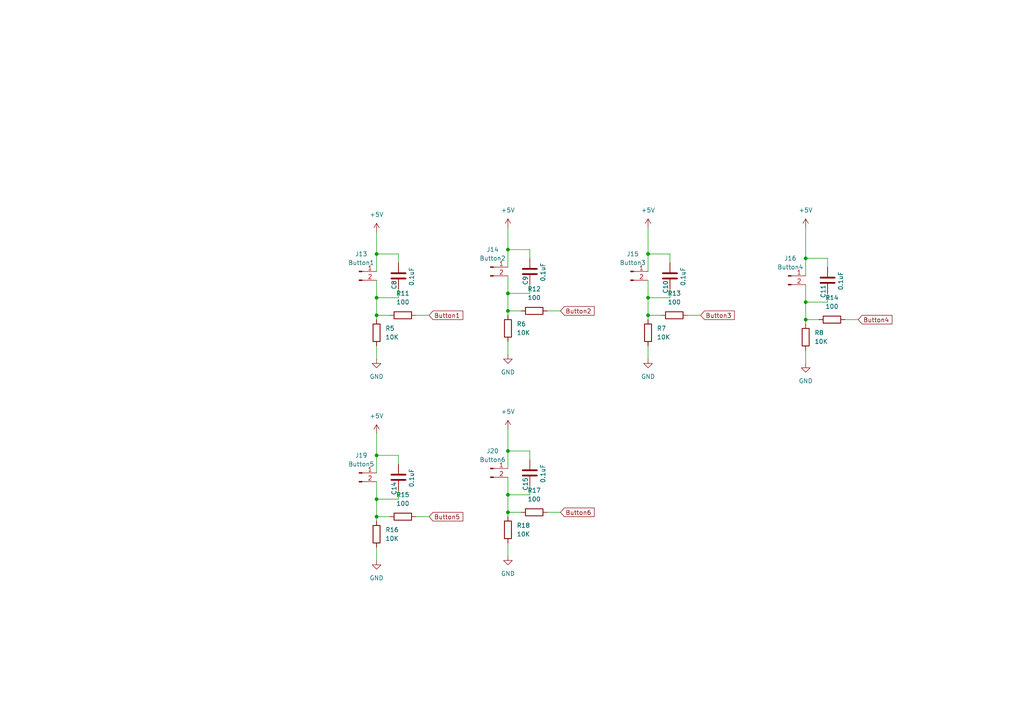
<source format=kicad_sch>
(kicad_sch (version 20211123) (generator eeschema)
  (paper "A4")
  (lib_symbols
    (symbol "Connector:Conn_01x02_Male" (pin_names (offset 1.016) hide)
      (property "Reference" "J" (at 0 2.54 0))
      (property "Value" "Conn_01x02_Male" (at 0 -5.08 0))
      (symbol "Conn_01x02_Male_1_1"
        (polyline (pts (xy 1.27 -2.54) (xy 0.8636 -2.54)) (stroke (width 0.1524)))
        (polyline (pts (xy 1.27 0) (xy 0.8636 0)) (stroke (width 0.1524)))
        (rectangle (start 0.8636 -2.413) (end 0 -2.667) (stroke (width 0.1524)) (fill (type outline)))
        (rectangle (start 0.8636 0.127) (end 0 -0.127) (stroke (width 0.1524)) (fill (type outline)))
        (pin passive line (at 5.08 0 180) (length 3.81) (name "Pin_1") (number "1"))
        (pin passive line (at 5.08 -2.54 180) (length 3.81) (name "Pin_2") (number "2"))
      )
    )
    (symbol "Device:C" (pin_numbers hide) (pin_names (offset 0.254))
      (property "Reference" "C" (at 0.635 2.54 0))
      (property "Value" "C" (at 0.635 -2.54 0))
      (symbol "C_0_1"
        (polyline (pts (xy -2.032 -0.762) (xy 2.032 -0.762)) (stroke (width 0.508)))
        (polyline (pts (xy -2.032 0.762) (xy 2.032 0.762)) (stroke (width 0.508)))
      )
      (symbol "C_1_1"
        (pin passive line (at 0 3.81 270) (length 2.794) (name "~") (number "1"))
        (pin passive line (at 0 -3.81 90) (length 2.794) (name "~") (number "2"))
      )
    )
    (symbol "Device:R" (pin_numbers hide) (pin_names (offset 0))
      (property "Reference" "R" (at 2.032 0 90))
      (property "Value" "R" (at 0 0 90))
      (symbol "R_0_1"
        (rectangle (start -1.016 -2.54) (end 1.016 2.54) (stroke (width 0.254)))
      )
      (symbol "R_1_1"
        (pin passive line (at 0 3.81 270) (length 1.27) (name "~") (number "1"))
        (pin passive line (at 0 -3.81 90) (length 1.27) (name "~") (number "2"))
      )
    )
    (symbol "power:+5V" (power) (pin_names (offset 0))
      (property "Value" "+5V" (at 0 3.556 0))
      (symbol "+5V_0_1"
        (polyline (pts (xy -0.762 1.27) (xy 0 2.54)))
        (polyline (pts (xy 0 0) (xy 0 2.54)))
        (polyline (pts (xy 0 2.54) (xy 0.762 1.27)))
      )
      (symbol "+5V_1_1"
        (pin power_in line (at 0 0 90) (length 0) hide (name "+5V") (number "1"))
      )
    )
    (symbol "power:GND" (power) (pin_names (offset 0))
      (property "Value" "GND" (at 0 -3.81 0))
      (symbol "GND_0_1"
        (polyline (pts (xy 0 0) (xy 0 -1.27) (xy 1.27 -1.27) (xy 0 -2.54) (xy -1.27 -1.27) (xy 0 -1.27)))
      )
      (symbol "GND_1_1"
        (pin power_in line (at 0 0 270) (length 0) hide (name "GND") (number "1"))
      )
    )
  )
  (junction (at 233.68 87.63))
  (junction (at 109.22 132.08))
  (junction (at 233.68 74.93))
  (junction (at 187.96 73.66))
  (junction (at 147.32 85.09))
  (junction (at 233.68 92.71))
  (junction (at 147.32 143.51))
  (junction (at 147.32 148.59))
  (junction (at 147.32 90.17))
  (junction (at 187.96 86.36))
  (junction (at 109.22 91.44))
  (junction (at 109.22 73.66))
  (junction (at 109.22 86.36))
  (junction (at 147.32 130.81))
  (junction (at 109.22 144.78))
  (junction (at 187.96 91.44))
  (junction (at 109.22 149.86))
  (junction (at 147.32 72.39))
  (wire (pts (xy 120.65 91.44) (xy 124.46 91.44)))
  (wire (pts (xy 147.32 157.48) (xy 147.32 161.29)))
  (wire (pts (xy 187.96 86.36) (xy 187.96 91.44)))
  (wire (pts (xy 147.32 143.51) (xy 147.32 148.59)))
  (wire (pts (xy 109.22 86.36) (xy 109.22 91.44)))
  (wire (pts (xy 199.39 91.44) (xy 203.2 91.44)))
  (wire (pts (xy 233.68 74.93) (xy 233.68 80.01)))
  (wire (pts (xy 147.32 130.81) (xy 147.32 135.89)))
  (wire (pts (xy 187.96 91.44) (xy 191.77 91.44)))
  (wire (pts (xy 187.96 73.66) (xy 194.31 73.66)))
  (wire (pts (xy 147.32 80.01) (xy 147.32 85.09)))
  (wire (pts (xy 147.32 99.06) (xy 147.32 102.87)))
  (wire (pts (xy 109.22 100.33) (xy 109.22 104.14)))
  (wire (pts (xy 233.68 87.63) (xy 240.03 87.63)))
  (wire (pts (xy 120.65 149.86) (xy 124.46 149.86)))
  (wire (pts (xy 109.22 149.86) (xy 113.03 149.86)))
  (wire (pts (xy 147.32 130.81) (xy 153.67 130.81)))
  (wire (pts (xy 194.31 76.2) (xy 194.31 73.66)))
  (wire (pts (xy 158.75 148.59) (xy 162.56 148.59)))
  (wire (pts (xy 233.68 87.63) (xy 233.68 92.71)))
  (wire (pts (xy 240.03 85.09) (xy 240.03 87.63)))
  (wire (pts (xy 147.32 90.17) (xy 147.32 91.44)))
  (wire (pts (xy 109.22 144.78) (xy 115.57 144.78)))
  (wire (pts (xy 109.22 81.28) (xy 109.22 86.36)))
  (wire (pts (xy 153.67 82.55) (xy 153.67 85.09)))
  (wire (pts (xy 187.96 66.04) (xy 187.96 73.66)))
  (wire (pts (xy 109.22 67.31) (xy 109.22 73.66)))
  (wire (pts (xy 187.96 100.33) (xy 187.96 104.14)))
  (wire (pts (xy 109.22 139.7) (xy 109.22 144.78)))
  (wire (pts (xy 187.96 73.66) (xy 187.96 78.74)))
  (wire (pts (xy 245.11 92.71) (xy 248.92 92.71)))
  (wire (pts (xy 233.68 66.04) (xy 233.68 74.93)))
  (wire (pts (xy 147.32 138.43) (xy 147.32 143.51)))
  (wire (pts (xy 109.22 73.66) (xy 115.57 73.66)))
  (wire (pts (xy 147.32 143.51) (xy 153.67 143.51)))
  (wire (pts (xy 147.32 148.59) (xy 151.13 148.59)))
  (wire (pts (xy 153.67 74.93) (xy 153.67 72.39)))
  (wire (pts (xy 109.22 132.08) (xy 115.57 132.08)))
  (wire (pts (xy 194.31 83.82) (xy 194.31 86.36)))
  (wire (pts (xy 158.75 90.17) (xy 162.56 90.17)))
  (wire (pts (xy 147.32 148.59) (xy 147.32 149.86)))
  (wire (pts (xy 240.03 77.47) (xy 240.03 74.93)))
  (wire (pts (xy 115.57 134.62) (xy 115.57 132.08)))
  (wire (pts (xy 147.32 66.04) (xy 147.32 72.39)))
  (wire (pts (xy 115.57 76.2) (xy 115.57 73.66)))
  (wire (pts (xy 187.96 91.44) (xy 187.96 92.71)))
  (wire (pts (xy 109.22 144.78) (xy 109.22 149.86)))
  (wire (pts (xy 187.96 81.28) (xy 187.96 86.36)))
  (wire (pts (xy 109.22 125.73) (xy 109.22 132.08)))
  (wire (pts (xy 147.32 85.09) (xy 153.67 85.09)))
  (wire (pts (xy 233.68 74.93) (xy 240.03 74.93)))
  (wire (pts (xy 147.32 90.17) (xy 151.13 90.17)))
  (wire (pts (xy 233.68 92.71) (xy 237.49 92.71)))
  (wire (pts (xy 147.32 72.39) (xy 147.32 77.47)))
  (wire (pts (xy 153.67 133.35) (xy 153.67 130.81)))
  (wire (pts (xy 109.22 149.86) (xy 109.22 151.13)))
  (wire (pts (xy 147.32 124.46) (xy 147.32 130.81)))
  (wire (pts (xy 115.57 142.24) (xy 115.57 144.78)))
  (wire (pts (xy 153.67 140.97) (xy 153.67 143.51)))
  (wire (pts (xy 147.32 85.09) (xy 147.32 90.17)))
  (wire (pts (xy 109.22 86.36) (xy 115.57 86.36)))
  (wire (pts (xy 233.68 82.55) (xy 233.68 87.63)))
  (wire (pts (xy 109.22 73.66) (xy 109.22 78.74)))
  (wire (pts (xy 109.22 91.44) (xy 109.22 92.71)))
  (wire (pts (xy 187.96 86.36) (xy 194.31 86.36)))
  (wire (pts (xy 147.32 72.39) (xy 153.67 72.39)))
  (wire (pts (xy 109.22 91.44) (xy 113.03 91.44)))
  (wire (pts (xy 233.68 92.71) (xy 233.68 93.98)))
  (wire (pts (xy 109.22 158.75) (xy 109.22 162.56)))
  (wire (pts (xy 233.68 101.6) (xy 233.68 105.41)))
  (wire (pts (xy 109.22 132.08) (xy 109.22 137.16)))
  (wire (pts (xy 115.57 83.82) (xy 115.57 86.36)))
  (global_label "Button2" (shape input) (at 162.56 90.17 0) (property "Intersheet References" "${INTERSHEET_REFS}" (effects hide)))
  (global_label "Button5" (shape input) (at 124.46 149.86 0) (property "Intersheet References" "${INTERSHEET_REFS}" (effects hide)))
  (global_label "Button6" (shape input) (at 162.56 148.59 0) (property "Intersheet References" "${INTERSHEET_REFS}" (effects hide)))
  (global_label "Button3" (shape input) (at 203.2 91.44 0) (property "Intersheet References" "${INTERSHEET_REFS}" (effects hide)))
  (global_label "Button4" (shape input) (at 248.92 92.71 0) (property "Intersheet References" "${INTERSHEET_REFS}" (effects hide)))
  (global_label "Button1" (shape input) (at 124.46 91.44 0) (property "Intersheet References" "${INTERSHEET_REFS}" (effects hide)))
  (symbol (lib_id "Device:C") (at 153.67 137.16 180) (unit 1)
    (property "Reference" "C15" (at 152.4 138.43 90) (effects (justify left)))
    (property "Value" "0.1uF" (at 157.48 134.62 90) (effects (justify left)))
    (property "Footprint" "Capacitor_SMD:C_0805_2012Metric" (effects hide))
  )
  (symbol (lib_id "power:+5V") (at 109.22 125.73 0) (unit 1)
    (property "Reference" "#PWR0143" (effects hide))
    (property "Value" "+5V" (at 109.22 120.65 0))
  )
  (symbol (lib_id "Device:C") (at 115.57 138.43 180) (unit 1)
    (property "Reference" "C14" (at 114.3 139.7 90) (effects (justify left)))
    (property "Value" "0.1uF" (at 119.38 135.89 90) (effects (justify left)))
    (property "Footprint" "Capacitor_SMD:C_0805_2012Metric" (effects hide))
  )
  (symbol (lib_id "power:+5V") (at 109.22 67.31 0) (unit 1)
    (property "Reference" "#PWR0132" (effects hide))
    (property "Value" "+5V" (at 109.22 62.23 0))
  )
  (symbol (lib_id "Device:R") (at 116.84 149.86 90) (unit 1)
    (property "Reference" "R15" (at 116.84 143.51 90))
    (property "Value" "100" (at 116.84 146.05 90))
    (property "Footprint" "Resistor_SMD:R_0805_2012Metric_Pad1.20x1.40mm_HandSolder" (effects hide))
  )
  (symbol (lib_id "power:GND") (at 187.96 104.14 0) (unit 1)
    (property "Reference" "#PWR0133" (effects hide))
    (property "Value" "GND" (at 187.96 109.22 0))
  )
  (symbol (lib_id "power:GND") (at 147.32 161.29 0) (unit 1)
    (property "Reference" "#PWR0146" (effects hide))
    (property "Value" "GND" (at 147.32 166.37 0))
  )
  (symbol (lib_id "Connector:Conn_01x02_Male") (at 104.14 78.74 0) (unit 1)
    (property "Reference" "J13" (at 104.775 73.66 0))
    (property "Value" "Button1" (at 104.775 76.2 0))
    (property "Footprint" "Connector_PinHeader_2.54mm:PinHeader_1x02_P2.54mm_Vertical" (effects hide))
  )
  (symbol (lib_id "Device:R") (at 116.84 91.44 90) (unit 1)
    (property "Reference" "R11" (at 116.84 85.09 90))
    (property "Value" "100" (at 116.84 87.63 90))
    (property "Footprint" "Resistor_SMD:R_0805_2012Metric_Pad1.20x1.40mm_HandSolder" (effects hide))
  )
  (symbol (lib_id "Device:R") (at 147.32 153.67 0) (unit 1)
    (property "Reference" "R18" (at 149.86 152.3999 0) (effects (justify left)))
    (property "Value" "10K" (at 149.86 154.9399 0) (effects (justify left)))
    (property "Footprint" "Resistor_SMD:R_0805_2012Metric_Pad1.20x1.40mm_HandSolder" (effects hide))
  )
  (symbol (lib_id "Connector:Conn_01x02_Male") (at 104.14 137.16 0) (unit 1)
    (property "Reference" "J19" (at 104.775 132.08 0))
    (property "Value" "Button5" (at 104.775 134.62 0))
    (property "Footprint" "Connector_PinHeader_2.54mm:PinHeader_1x02_P2.54mm_Vertical" (effects hide))
  )
  (symbol (lib_id "Connector:Conn_01x02_Male") (at 142.24 135.89 0) (unit 1)
    (property "Reference" "J20" (at 142.875 130.81 0))
    (property "Value" "Button6" (at 142.875 133.35 0))
    (property "Footprint" "Connector_PinHeader_2.54mm:PinHeader_1x02_P2.54mm_Vertical" (effects hide))
  )
  (symbol (lib_id "Device:R") (at 109.22 154.94 0) (unit 1)
    (property "Reference" "R16" (at 111.76 153.6699 0) (effects (justify left)))
    (property "Value" "10K" (at 111.76 156.2099 0) (effects (justify left)))
    (property "Footprint" "Resistor_SMD:R_0805_2012Metric_Pad1.20x1.40mm_HandSolder" (effects hide))
  )
  (symbol (lib_id "Device:C") (at 240.03 81.28 180) (unit 1)
    (property "Reference" "C11" (at 238.76 82.55 90) (effects (justify left)))
    (property "Value" "0.1uF" (at 243.84 78.74 90) (effects (justify left)))
    (property "Footprint" "Capacitor_SMD:C_0805_2012Metric" (effects hide))
  )
  (symbol (lib_id "power:GND") (at 109.22 162.56 0) (unit 1)
    (property "Reference" "#PWR0145" (effects hide))
    (property "Value" "GND" (at 109.22 167.64 0))
  )
  (symbol (lib_id "Device:R") (at 195.58 91.44 90) (unit 1)
    (property "Reference" "R13" (at 195.58 85.09 90))
    (property "Value" "100" (at 195.58 87.63 90))
    (property "Footprint" "Resistor_SMD:R_0805_2012Metric_Pad1.20x1.40mm_HandSolder" (effects hide))
  )
  (symbol (lib_id "Connector:Conn_01x02_Male") (at 228.6 80.01 0) (unit 1)
    (property "Reference" "J16" (at 229.235 74.93 0))
    (property "Value" "Button4" (at 229.235 77.47 0))
    (property "Footprint" "Connector_PinHeader_2.54mm:PinHeader_1x02_P2.54mm_Vertical" (effects hide))
  )
  (symbol (lib_id "Device:R") (at 187.96 96.52 0) (unit 1)
    (property "Reference" "R7" (at 190.5 95.2499 0) (effects (justify left)))
    (property "Value" "10K" (at 190.5 97.7899 0) (effects (justify left)))
    (property "Footprint" "Resistor_SMD:R_0805_2012Metric_Pad1.20x1.40mm_HandSolder" (effects hide))
  )
  (symbol (lib_id "power:+5V") (at 187.96 66.04 0) (unit 1)
    (property "Reference" "#PWR0134" (effects hide))
    (property "Value" "+5V" (at 187.96 60.96 0))
  )
  (symbol (lib_id "power:+5V") (at 147.32 66.04 0) (unit 1)
    (property "Reference" "#PWR0130" (effects hide))
    (property "Value" "+5V" (at 147.32 60.96 0))
  )
  (symbol (lib_id "power:GND") (at 109.22 104.14 0) (unit 1)
    (property "Reference" "#PWR0135" (effects hide))
    (property "Value" "GND" (at 109.22 109.22 0))
  )
  (symbol (lib_id "Device:R") (at 154.94 148.59 90) (unit 1)
    (property "Reference" "R17" (at 154.94 142.24 90))
    (property "Value" "100" (at 154.94 144.78 90))
    (property "Footprint" "Resistor_SMD:R_0805_2012Metric_Pad1.20x1.40mm_HandSolder" (effects hide))
  )
  (symbol (lib_id "power:GND") (at 147.32 102.87 0) (unit 1)
    (property "Reference" "#PWR0131" (effects hide))
    (property "Value" "GND" (at 147.32 107.95 0))
  )
  (symbol (lib_id "power:+5V") (at 147.32 124.46 0) (unit 1)
    (property "Reference" "#PWR0144" (effects hide))
    (property "Value" "+5V" (at 147.32 119.38 0))
  )
  (symbol (lib_id "Connector:Conn_01x02_Male") (at 142.24 77.47 0) (unit 1)
    (property "Reference" "J14" (at 142.875 72.39 0))
    (property "Value" "Button2" (at 142.875 74.93 0))
    (property "Footprint" "Connector_PinHeader_2.54mm:PinHeader_1x02_P2.54mm_Vertical" (effects hide))
  )
  (symbol (lib_id "Device:R") (at 147.32 95.25 0) (unit 1)
    (property "Reference" "R6" (at 149.86 93.9799 0) (effects (justify left)))
    (property "Value" "10K" (at 149.86 96.5199 0) (effects (justify left)))
    (property "Footprint" "Resistor_SMD:R_0805_2012Metric_Pad1.20x1.40mm_HandSolder" (effects hide))
  )
  (symbol (lib_id "Device:C") (at 115.57 80.01 180) (unit 1)
    (property "Reference" "C8" (at 114.3 81.28 90) (effects (justify left)))
    (property "Value" "0.1uF" (at 119.38 77.47 90) (effects (justify left)))
    (property "Footprint" "Capacitor_SMD:C_0805_2012Metric" (effects hide))
  )
  (symbol (lib_id "Device:R") (at 233.68 97.79 0) (unit 1)
    (property "Reference" "R8" (at 236.22 96.5199 0) (effects (justify left)))
    (property "Value" "10K" (at 236.22 99.0599 0) (effects (justify left)))
    (property "Footprint" "Resistor_SMD:R_0805_2012Metric_Pad1.20x1.40mm_HandSolder" (effects hide))
  )
  (symbol (lib_id "Device:C") (at 153.67 78.74 180) (unit 1)
    (property "Reference" "C9" (at 152.4 80.01 90) (effects (justify left)))
    (property "Value" "0.1uF" (at 157.48 76.2 90) (effects (justify left)))
    (property "Footprint" "Capacitor_SMD:C_0805_2012Metric" (effects hide))
  )
  (symbol (lib_id "Device:C") (at 194.31 80.01 180) (unit 1)
    (property "Reference" "C10" (at 193.04 81.28 90) (effects (justify left)))
    (property "Value" "0.1uF" (at 198.12 77.47 90) (effects (justify left)))
    (property "Footprint" "Capacitor_SMD:C_0805_2012Metric" (effects hide))
  )
  (symbol (lib_id "power:+5V") (at 233.68 66.04 0) (unit 1)
    (property "Reference" "#PWR0136" (effects hide))
    (property "Value" "+5V" (at 233.68 60.96 0))
  )
  (symbol (lib_id "Device:R") (at 109.22 96.52 0) (unit 1)
    (property "Reference" "R5" (at 111.76 95.2499 0) (effects (justify left)))
    (property "Value" "10K" (at 111.76 97.7899 0) (effects (justify left)))
    (property "Footprint" "Resistor_SMD:R_0805_2012Metric_Pad1.20x1.40mm_HandSolder" (effects hide))
  )
  (symbol (lib_id "power:GND") (at 233.68 105.41 0) (unit 1)
    (property "Reference" "#PWR0137" (effects hide))
    (property "Value" "GND" (at 233.68 110.49 0))
  )
  (symbol (lib_id "Device:R") (at 154.94 90.17 90) (unit 1)
    (property "Reference" "R12" (at 154.94 83.82 90))
    (property "Value" "100" (at 154.94 86.36 90))
    (property "Footprint" "Resistor_SMD:R_0805_2012Metric_Pad1.20x1.40mm_HandSolder" (effects hide))
  )
  (symbol (lib_id "Connector:Conn_01x02_Male") (at 182.88 78.74 0) (unit 1)
    (property "Reference" "J15" (at 183.515 73.66 0))
    (property "Value" "Button3" (at 183.515 76.2 0))
    (property "Footprint" "Connector_PinHeader_2.54mm:PinHeader_1x02_P2.54mm_Vertical" (effects hide))
  )
  (symbol (lib_id "Device:R") (at 241.3 92.71 90) (unit 1)
    (property "Reference" "R14" (at 241.3 86.36 90))
    (property "Value" "100" (at 241.3 88.9 90))
    (property "Footprint" "Resistor_SMD:R_0805_2012Metric_Pad1.20x1.40mm_HandSolder" (effects hide))
  )
)
</source>
